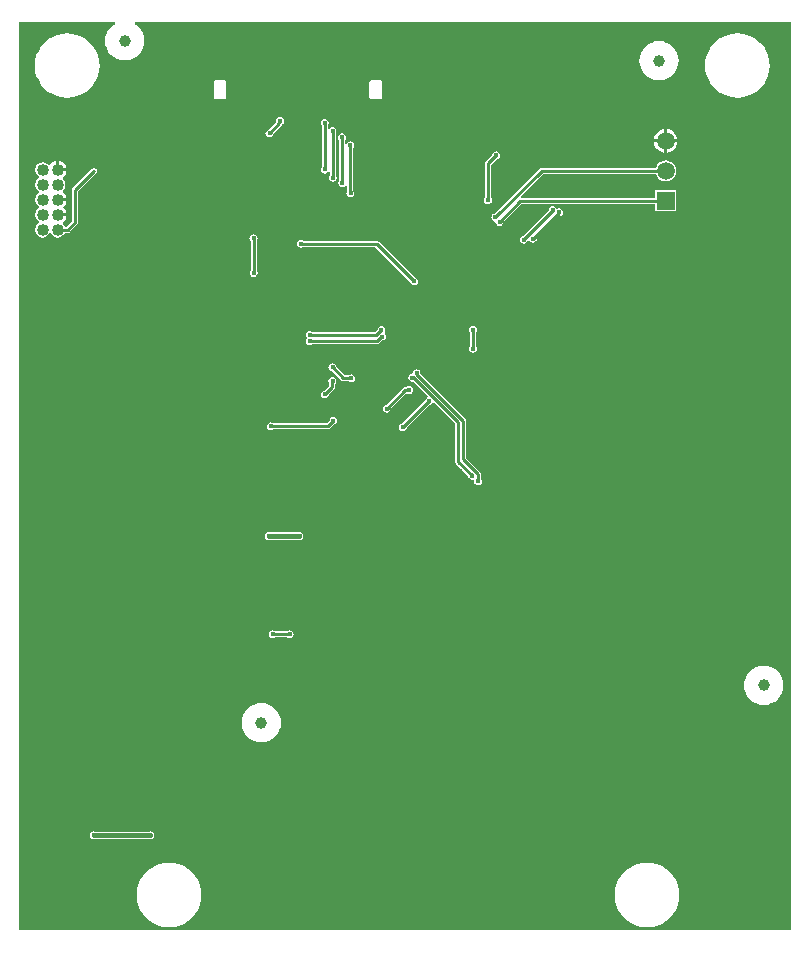
<source format=gbl>
%FSTAX23Y23*%
%MOIN*%
%SFA1B1*%

%IPPOS*%
%ADD12C,0.010000*%
%ADD15C,0.015000*%
%ADD19C,0.039370*%
%ADD82C,0.040000*%
%ADD83R,0.059055X0.059055*%
%ADD84C,0.059055*%
%ADD85C,0.015748*%
%LNstrwl-p01-v01-1*%
%LPD*%
G36*
X02804Y00201D02*
X00231D01*
Y03228*
X00549*
X0055Y03223*
X00546Y0322*
X00536Y03212*
X00528Y03202*
X00522Y03191*
X00518Y03179*
X00517Y03166*
X00518Y03153*
X00522Y03141*
X00528Y0313*
X00536Y0312*
X00546Y03112*
X00557Y03106*
X0057Y03102*
X00582Y03101*
X00595Y03102*
X00607Y03106*
X00619Y03112*
X00629Y0312*
X00637Y0313*
X00643Y03141*
X00646Y03153*
X00648Y03166*
X00646Y03179*
X00643Y03191*
X00637Y03202*
X00629Y03212*
X00619Y0322*
X00615Y03223*
X00616Y03228*
X02804*
Y00201*
G37*
%LNstrwl-p01-v01-2*%
%LPC*%
G36*
X02364Y03165D02*
X02351Y03164D01*
X02339Y0316*
X02327Y03154*
X02317Y03146*
X02309Y03136*
X02303Y03124*
X02299Y03112*
X02298Y031*
X02299Y03087*
X02303Y03075*
X02309Y03063*
X02317Y03053*
X02327Y03045*
X02339Y03039*
X02351Y03035*
X02364Y03034*
X02376Y03035*
X02388Y03039*
X024Y03045*
X0241Y03053*
X02418Y03063*
X02424Y03075*
X02428Y03087*
X02429Y031*
X02428Y03112*
X02424Y03124*
X02418Y03136*
X0241Y03146*
X024Y03154*
X02388Y0316*
X02376Y03164*
X02364Y03165*
G37*
G36*
X02625Y03191D02*
X02608Y0319D01*
X02592Y03186*
X02576Y03179*
X02561Y03171*
X02549Y0316*
X02538Y03147*
X02529Y03132*
X02522Y03117*
X02518Y031*
X02517Y03083*
X02518Y03066*
X02522Y0305*
X02529Y03034*
X02538Y0302*
X02549Y03007*
X02561Y02996*
X02576Y02987*
X02592Y02981*
X02608Y02977*
X02625Y02976*
X02642Y02977*
X02658Y02981*
X02674Y02987*
X02688Y02996*
X02701Y03007*
X02712Y0302*
X02721Y03034*
X02727Y0305*
X02731Y03066*
X02733Y03083*
X02731Y031*
X02727Y03117*
X02721Y03132*
X02712Y03147*
X02701Y0316*
X02688Y03171*
X02674Y03179*
X02658Y03186*
X02642Y0319*
X02625Y03191*
G37*
G36*
X00391D02*
X00374Y0319D01*
X00357Y03186*
X00342Y03179*
X00327Y03171*
X00314Y0316*
X00303Y03147*
X00295Y03132*
X00288Y03117*
X00284Y031*
X00283Y03083*
X00284Y03066*
X00288Y0305*
X00295Y03034*
X00303Y0302*
X00314Y03007*
X00327Y02996*
X00342Y02987*
X00357Y02981*
X00374Y02977*
X00391Y02976*
X00408Y02977*
X00424Y02981*
X0044Y02987*
X00454Y02996*
X00467Y03007*
X00478Y0302*
X00487Y03034*
X00493Y0305*
X00497Y03066*
X00499Y03083*
X00497Y031*
X00493Y03117*
X00487Y03132*
X00478Y03147*
X00467Y0316*
X00454Y03171*
X0044Y03179*
X00424Y03186*
X00408Y0319*
X00391Y03191*
G37*
G36*
X01435Y03034D02*
X01404D01*
X014Y03032*
X01398Y03028*
Y02977*
X014Y02973*
X01404Y02972*
X01435*
X01439Y02973*
X01441Y02977*
Y03028*
X01439Y03032*
X01435Y03034*
G37*
G36*
X00915D02*
X00884D01*
X0088Y03032*
X00879Y03028*
Y02977*
X0088Y02973*
X00884Y02972*
X00915*
X00919Y02973*
X00921Y02977*
Y03028*
X00919Y03032*
X00915Y03034*
G37*
G36*
X01099Y02912D02*
X01094Y02911D01*
X0109Y02908*
X01087Y02903*
X01086Y02898*
X01087Y02894*
X01063Y0287*
X01059Y02869*
X01055Y02866*
X01052Y02862*
X01051Y02857*
X01052Y02852*
X01055Y02848*
X01059Y02845*
X01065Y02844*
X0107Y02845*
X01074Y02848*
X01077Y02852*
X01077Y02856*
X01106Y02884*
X01108Y02887*
X01108Y02889*
X01109Y02889*
X01112Y02893*
X01113Y02898*
X01112Y02903*
X01109Y02908*
X01104Y02911*
X01099Y02912*
G37*
G36*
X0239Y02871D02*
Y02837D01*
X02424*
X02423Y02842*
X02419Y02852*
X02413Y0286*
X02405Y02867*
X02395Y02871*
X0239Y02871*
G37*
G36*
X0238D02*
X02375Y02871D01*
X02365Y02867*
X02357Y0286*
X0235Y02852*
X02346Y02842*
X02346Y02837*
X0238*
Y02871*
G37*
G36*
X02424Y02827D02*
X0239D01*
Y02793*
X02395Y02794*
X02405Y02798*
X02413Y02804*
X02419Y02812*
X02423Y02822*
X02424Y02827*
G37*
G36*
X0238D02*
X02346D01*
X02346Y02822*
X0235Y02812*
X02357Y02804*
X02365Y02798*
X02375Y02794*
X0238Y02793*
Y02827*
G37*
G36*
X00354Y02765D02*
X00351Y02765D01*
X00343Y02762*
X00337Y02757*
X00333Y02752*
X00328Y02752*
X00327Y02754*
X00318Y02759*
X00309Y02761*
X00299Y02759*
X0029Y02754*
X00285Y02745*
X00283Y02736*
X00285Y02726*
X0029Y02718*
X00297Y02714*
Y02708*
X0029Y02704*
X00285Y02695*
X00283Y02686*
X00285Y02676*
X0029Y02668*
X00297Y02664*
Y02658*
X0029Y02654*
X00285Y02645*
X00283Y02636*
X00285Y02626*
X0029Y02618*
X00297Y02614*
Y02608*
X0029Y02604*
X00285Y02595*
X00283Y02586*
X00285Y02576*
X0029Y02568*
X00297Y02564*
Y02558*
X0029Y02554*
X00285Y02545*
X00283Y02536*
X00285Y02526*
X0029Y02518*
X00299Y02512*
X00309Y0251*
X00318Y02512*
X00327Y02518*
X00331Y02524*
X00336*
X0034Y02518*
X00349Y02512*
X00359Y0251*
X00368Y02512*
X00377Y02518*
X00382Y02526*
X00392*
X00395Y02526*
X00399Y02529*
X00424Y02554*
X00427Y02558*
X00427Y02561*
Y02666*
X00487Y02726*
X00489Y02729*
X0049Y02733*
X00489Y02737*
X00487Y0274*
X00484Y02743*
X0048Y02743*
X00476Y02743*
X00473Y0274*
X0041Y02678*
X00408Y02674*
X00407Y0267*
Y02566*
X00387Y02546*
X00382*
X00377Y02554*
X00375Y02555*
X00375Y02561*
X0038Y02564*
X00385Y02571*
X00388Y02578*
X00388Y02581*
X00359*
Y02591*
X00388*
X00388Y02594*
X00385Y02601*
X0038Y02607*
X00378Y02608*
Y02613*
X0038Y02614*
X00385Y02621*
X00388Y02628*
X00388Y02631*
X00359*
Y02641*
X00388*
X00388Y02644*
X00385Y02651*
X0038Y02657*
X00375Y02661*
X00375Y02666*
X00377Y02668*
X00382Y02676*
X00384Y02686*
X00382Y02695*
X00377Y02704*
X00375Y02705*
X00375Y02711*
X0038Y02714*
X00385Y02721*
X00388Y02728*
X00388Y02731*
X00359*
Y02736*
X00354*
Y02765*
G37*
G36*
X00364D02*
Y02741D01*
X00388*
X00388Y02744*
X00385Y02751*
X0038Y02757*
X00374Y02762*
X00366Y02765*
X00364Y02765*
G37*
G36*
X02385Y02767D02*
X02376Y02766D01*
X02367Y02762*
X0236Y02757*
X02355Y02749*
X02352Y02742*
X01972*
X01968Y02741*
X01965Y02739*
X01816Y02591*
X01812Y0259*
X01808Y02587*
X01805Y02583*
X01804Y02578*
X01805Y02573*
X01808Y02568*
X01812Y02566*
X01814Y02565*
X01818Y02563*
X01819Y0256*
X01819Y02557*
X01822Y02553*
X01827Y0255*
X01832Y02549*
X01837Y0255*
X01841Y02553*
X01844Y02557*
X01844Y02561*
X01906Y02622*
X0235*
Y02598*
X02419*
Y02667*
X0235*
Y02642*
X01904*
X01902Y02647*
X01976Y02722*
X02352*
X02355Y02715*
X0236Y02707*
X02367Y02702*
X02376Y02698*
X02385Y02697*
X02394Y02698*
X02402Y02702*
X02409Y02707*
X02415Y02715*
X02419Y02723*
X0242Y02732*
X02419Y02741*
X02415Y02749*
X02409Y02757*
X02402Y02762*
X02394Y02766*
X02385Y02767*
G37*
G36*
X01249Y02905D02*
X01244Y02904D01*
X0124Y02901*
X01237Y02897*
X01236Y02892*
X01237Y02887*
X01239Y02884*
Y02744*
X01237Y02742*
X01236Y02737*
X01237Y02731*
X0124Y02727*
X01244Y02724*
X01249Y02723*
X01254Y02724*
X01258Y02727*
X0126Y0273*
X01265Y02728*
Y02717*
X01263Y02715*
X01262Y0271*
X01263Y02704*
X01266Y027*
X0127Y02697*
X01276Y02696*
X01281Y02697*
X01285Y027*
X01288Y02704*
X01289Y0271*
X01288Y02715*
X01286Y02718*
Y02859*
X01287Y02861*
X01288Y02866*
X01287Y02871*
X01284Y02875*
X0128Y02878*
X01275Y02879*
X0127Y02878*
X01266Y02875*
X01264Y02873*
X01259Y02874*
Y02884*
X01261Y02887*
X01262Y02892*
X01261Y02897*
X01258Y02901*
X01254Y02904*
X01249Y02905*
G37*
G36*
X01307Y02857D02*
X01301Y02856D01*
X01297Y02853*
X01294Y02849*
X01293Y02844*
X01294Y02838*
X01296Y02836*
Y02699*
X01295Y02697*
X01294Y02692*
X01295Y02687*
X01298Y02683*
X01302Y0268*
X01307Y02679*
X01312Y0268*
X01316Y02683*
X01323Y02684*
X01324Y02683*
Y02665*
X01322Y02663*
X01321Y02658*
X01322Y02652*
X01325Y02648*
X01329Y02645*
X01335Y02644*
X0134Y02645*
X01344Y02648*
X01347Y02652*
X01348Y02658*
X01347Y02663*
X01344Y02666*
Y02809*
X01346Y02812*
X01347Y02817*
X01346Y02822*
X01343Y02827*
X01339Y0283*
X01334Y02831*
X01329Y0283*
X01325Y02827*
X01322Y02822*
X01322Y02821*
X01317Y02821*
Y02836*
X01319Y02838*
X0132Y02844*
X01319Y02849*
X01316Y02853*
X01312Y02856*
X01307Y02857*
G37*
G36*
X01821Y02797D02*
X01815Y02796D01*
X01811Y02793*
X01808Y02789*
X01808Y02786*
X01786Y02764*
X01784Y02761*
X01783Y02757*
Y02643*
X01781Y02641*
X0178Y02636*
X01781Y0263*
X01784Y02626*
X01788Y02623*
X01793Y02622*
X01798Y02623*
X01803Y02626*
X01805Y0263*
X01806Y02636*
X01805Y02641*
X01804Y02643*
Y02753*
X01822Y02771*
X01826Y02772*
X0183Y02775*
X01833Y02779*
X01834Y02784*
X01833Y02789*
X0183Y02793*
X01826Y02796*
X01821Y02797*
G37*
G36*
X02009Y02616D02*
X02004Y02615D01*
X02Y02612*
X01997Y02608*
X01996Y02603*
X01909Y02516*
X01907Y02515*
X01902Y02512*
X019Y02508*
X01899Y02503*
X019Y02498*
X01902Y02494*
X01907Y02491*
X01912Y0249*
X01917Y02491*
X01921Y02494*
X01924Y02498*
X01924Y02498*
X0193Y02502*
X01931Y02501*
X01933Y02497*
X01938Y02494*
X01943Y02493*
X01948Y02494*
X01952Y02497*
X01955Y02501*
X01955Y02505*
X02031Y02581*
X02035Y02581*
X02039Y02584*
X02042Y02588*
X02043Y02594*
X02042Y02599*
X02039Y02603*
X02035Y02606*
X0203Y02607*
X02024Y02606*
X0202Y02609*
X02018Y02612*
X02014Y02615*
X02009Y02616*
G37*
G36*
X01012Y02521D02*
X01006Y0252D01*
X01002Y02517*
X00999Y02513*
X00998Y02508*
X00999Y02502*
X01002Y02499*
Y024*
X01Y02397*
X00999Y02392*
X01Y02387*
X01003Y02382*
X01007Y0238*
X01012Y02379*
X01017Y0238*
X01021Y02382*
X01024Y02387*
X01025Y02392*
X01024Y02397*
X01022Y024*
Y025*
X01024Y02502*
X01025Y02508*
X01024Y02513*
X01021Y02517*
X01017Y0252*
X01012Y02521*
G37*
G36*
X0117Y02502D02*
X01165Y02501D01*
X01161Y02498*
X01158Y02494*
X01157Y02489*
X01158Y02484*
X01161Y0248*
X01165Y02477*
X0117Y02476*
X01175Y02477*
X01178Y02479*
X01417*
X01534Y02362*
X01535Y02359*
X01538Y02355*
X01542Y02352*
X01547Y02351*
X01552Y02352*
X01556Y02355*
X01559Y02359*
X0156Y02364*
X01559Y02369*
X01556Y02373*
X01552Y02376*
X01549Y02377*
X01429Y02496*
X01426Y02499*
X01422Y02499*
X01178*
X01175Y02501*
X0117Y02502*
G37*
G36*
X01438Y02215D02*
X01433Y02214D01*
X01429Y02212*
X01426Y02207*
X01426Y02206*
X01416Y02196*
X01206*
X01204Y02198*
X01199Y02199*
X01193Y02198*
X01189Y02196*
X01186Y02191*
X01185Y02186*
X01186Y02181*
X01189Y02177*
Y02175*
X01186Y02171*
X01185Y02166*
X01186Y0216*
X01189Y02156*
X01193Y02153*
X01199Y02152*
X01204Y02153*
X01206Y02155*
X01424*
X01428Y02156*
X01431Y02158*
X01439Y02167*
X0144Y02167*
X01445Y02168*
X01449Y02171*
X01452Y02175*
X01453Y0218*
X01452Y02185*
X01449Y02189*
X01449Y02195*
X0145Y02197*
X01451Y02202*
X0145Y02207*
X01447Y02212*
X01443Y02214*
X01438Y02215*
G37*
G36*
X01743D02*
X01737Y02214D01*
X01733Y02212*
X0173Y02207*
X01729Y02202*
X0173Y02197*
X01732Y02194*
Y02147*
X0173Y02145*
X01729Y0214*
X0173Y02134*
X01733Y0213*
X01737Y02127*
X01743Y02126*
X01748Y02127*
X01752Y0213*
X01755Y02134*
X01756Y0214*
X01755Y02145*
X01753Y02147*
Y02194*
X01755Y02197*
X01756Y02202*
X01755Y02207*
X01752Y02212*
X01748Y02214*
X01743Y02215*
G37*
G36*
X01275Y02091D02*
X01269Y0209D01*
X01265Y02087*
X01262Y02083*
X01261Y02078*
X01262Y02072*
X01265Y02068*
X01269Y02065*
X01273Y02065*
X01304Y02034*
X01307Y02031*
X01311Y02031*
X0133*
X01333Y02029*
X01338Y02028*
X01343Y02029*
X01347Y02032*
X0135Y02036*
X01351Y02041*
X0135Y02046*
X01347Y0205*
X01343Y02053*
X01338Y02054*
X01333Y02053*
X0133Y02051*
X01315*
X01287Y02079*
X01287Y02083*
X01284Y02087*
X0128Y0209*
X01275Y02091*
G37*
G36*
X01531Y02016D02*
X01526Y02015D01*
X01521Y02012*
X01521Y02012*
X01517*
X01513Y02011*
X0151Y02009*
X01453Y01952*
X0145Y01952*
X01446Y01949*
X01443Y01944*
X01442Y01939*
X01443Y01934*
X01446Y0193*
X0145Y01927*
X01455Y01926*
X0146Y01927*
X01464Y0193*
X01467Y01934*
X01468Y01938*
X01521Y01991*
X01524*
X01526Y0199*
X01531Y01989*
X01536Y0199*
X0154Y01993*
X01543Y01997*
X01544Y02003*
X01543Y02008*
X0154Y02012*
X01536Y02015*
X01531Y02016*
G37*
G36*
X01275Y02045D02*
X01269Y02044D01*
X01265Y02041*
X01262Y02037*
X01261Y02032*
X01262Y02026*
X01263Y02025*
Y02016*
X01247Y02*
X01244Y01999*
X0124Y01996*
X01237Y01992*
X01236Y01987*
X01237Y01982*
X0124Y01978*
X01244Y01975*
X01249Y01974*
X01254Y01975*
X01259Y01978*
X01261Y01982*
X01262Y01986*
X01281Y02005*
X01283Y02008*
X01284Y02012*
Y02022*
X01284Y02022*
X01287Y02026*
X01288Y02032*
X01287Y02037*
X01284Y02041*
X0128Y02044*
X01275Y02045*
G37*
G36*
X01278Y01913D02*
X01273Y01912D01*
X01268Y01909*
X01266Y01905*
X01265Y01901*
X01255Y01891*
X01076*
X01074Y01893*
X01069Y01894*
X01063Y01893*
X01059Y0189*
X01056Y01886*
X01055Y01881*
X01056Y01876*
X01059Y01872*
X01063Y01869*
X01069Y01868*
X01074Y01869*
X01076Y01871*
X01259*
X01263Y01872*
X01266Y01874*
X01279Y01887*
X01283Y01888*
X01287Y0189*
X0129Y01895*
X01291Y019*
X0129Y01905*
X01287Y01909*
X01283Y01912*
X01278Y01913*
G37*
G36*
X01555Y02071D02*
X0155Y0207D01*
X01546Y02067*
X01543Y02063*
X01543Y02061*
X01541Y02056*
X01536Y02055*
X01531Y02053*
X01529Y02048*
X01528Y02043*
X01529Y02038*
X01531Y02034*
X01536Y02031*
X01541Y0203*
X01543Y02031*
X01592Y01981*
X01591Y01976*
X0159Y01976*
X01586Y01973*
X01583Y01969*
X01582Y01965*
X01508Y01891*
X01504Y0189*
X015Y01887*
X01497Y01883*
X01496Y01878*
X01497Y01873*
X015Y01868*
X01504Y01866*
X01509Y01865*
X01514Y01866*
X01518Y01868*
X01521Y01873*
X01522Y01876*
X01597Y01951*
X016Y01952*
X01604Y01954*
X01607Y01959*
X01607Y01959*
X01613Y01961*
X01684Y0189*
Y01763*
X01685Y01759*
X01687Y01756*
X01727Y01716*
X01728Y01711*
X01731Y01707*
X01735Y01704*
X0174Y01703*
X01743Y01703*
X01747Y01701*
X01748Y017*
X01747Y01698*
X01748Y01692*
X01751Y01688*
X01755Y01685*
X01761Y01684*
X01766Y01685*
X0177Y01688*
X01773Y01692*
X01774Y01698*
X01773Y01703*
X01771Y01705*
Y01721*
X0177Y01724*
X01768Y01728*
X01719Y01776*
Y019*
X01719Y01904*
X01716Y01907*
X01568Y02056*
X01568Y02058*
X01567Y02063*
X01565Y02067*
X0156Y0207*
X01555Y02071*
G37*
G36*
X01165Y01528D02*
X01163Y01527D01*
X01064*
X01062Y01528*
X01057Y01527*
X01053Y01524*
X0105Y0152*
X01049Y01514*
X0105Y01509*
X01053Y01505*
X01057Y01502*
X01062Y01501*
X01064Y01502*
X01163*
X01165Y01501*
X0117Y01502*
X01174Y01505*
X01177Y01509*
X01178Y01515*
X01177Y0152*
X01174Y01524*
X0117Y01527*
X01165Y01528*
G37*
G36*
X01132Y01201D02*
X01126Y012D01*
X01124Y01198*
X01083*
X01081Y012*
X01076Y01201*
X0107Y012*
X01066Y01197*
X01063Y01193*
X01062Y01188*
X01063Y01182*
X01066Y01178*
X0107Y01175*
X01076Y01174*
X01081Y01175*
X01083Y01177*
X01124*
X01126Y01175*
X01132Y01174*
X01137Y01175*
X01141Y01178*
X01144Y01182*
X01145Y01188*
X01144Y01193*
X01141Y01197*
X01137Y012*
X01132Y01201*
G37*
G36*
X02713Y01083D02*
X027Y01082D01*
X02688Y01078*
X02676Y01072*
X02666Y01064*
X02658Y01054*
X02652Y01042*
X02648Y0103*
X02647Y01018*
X02648Y01005*
X02652Y00993*
X02658Y00981*
X02666Y00971*
X02676Y00963*
X02688Y00957*
X027Y00953*
X02713Y00952*
X02725Y00953*
X02737Y00957*
X02749Y00963*
X02759Y00971*
X02767Y00981*
X02773Y00993*
X02777Y01005*
X02778Y01018*
X02777Y0103*
X02773Y01042*
X02767Y01054*
X02759Y01064*
X02749Y01072*
X02737Y01078*
X02725Y01082*
X02713Y01083*
G37*
G36*
X01038Y00958D02*
X01025Y00957D01*
X01013Y00953*
X01001Y00947*
X00991Y00939*
X00983Y00929*
X00977Y00918*
X00974Y00905*
X00972Y00893*
X00974Y0088*
X00977Y00868*
X00983Y00856*
X00991Y00847*
X01001Y00838*
X01013Y00832*
X01025Y00829*
X01038Y00827*
X0105Y00829*
X01063Y00832*
X01074Y00838*
X01084Y00847*
X01092Y00856*
X01098Y00868*
X01102Y0088*
X01103Y00893*
X01102Y00905*
X01098Y00918*
X01092Y00929*
X01084Y00939*
X01074Y00947*
X01063Y00953*
X0105Y00957*
X01038Y00958*
G37*
G36*
X00667Y00531D02*
X00665Y0053D01*
X0048*
X00479Y00531*
X00473Y0053*
X00469Y00527*
X00466Y00523*
X00465Y00518*
X00466Y00512*
X00469Y00508*
X00473Y00505*
X00479Y00504*
X0048Y00505*
X00665*
X00667Y00504*
X00672Y00505*
X00677Y00508*
X00679Y00512*
X0068Y00518*
X00679Y00523*
X00677Y00527*
X00672Y0053*
X00667Y00531*
G37*
G36*
X02324Y00426D02*
X02307Y00425D01*
X0229Y00421*
X02275Y00415*
X0226Y00406*
X02247Y00395*
X02236Y00382*
X02227Y00367*
X02221Y00352*
X02217Y00335*
X02216Y00319*
X02217Y00302*
X02221Y00285*
X02227Y0027*
X02236Y00255*
X02247Y00242*
X0226Y00231*
X02275Y00222*
X0229Y00216*
X02307Y00212*
X02324Y00211*
X0234Y00212*
X02357Y00216*
X02372Y00222*
X02387Y00231*
X024Y00242*
X02411Y00255*
X0242Y0027*
X02426Y00285*
X0243Y00302*
X02431Y00319*
X0243Y00335*
X02426Y00352*
X0242Y00367*
X02411Y00382*
X024Y00395*
X02387Y00406*
X02372Y00415*
X02357Y00421*
X0234Y00425*
X02324Y00426*
G37*
G36*
X00731D02*
X00714Y00425D01*
X00697Y00421*
X00682Y00415*
X00667Y00406*
X00654Y00395*
X00643Y00382*
X00634Y00367*
X00628Y00352*
X00624Y00335*
X00623Y00319*
X00624Y00302*
X00628Y00285*
X00634Y0027*
X00643Y00255*
X00654Y00242*
X00667Y00231*
X00682Y00222*
X00697Y00216*
X00714Y00212*
X00731Y00211*
X00747Y00212*
X00764Y00216*
X00779Y00222*
X00794Y00231*
X00807Y00242*
X00818Y00255*
X00827Y0027*
X00833Y00285*
X00837Y00302*
X00838Y00319*
X00837Y00335*
X00833Y00352*
X00827Y00367*
X00818Y00382*
X00807Y00395*
X00794Y00406*
X00779Y00415*
X00764Y00421*
X00747Y00425*
X00731Y00426*
G37*
%LNstrwl-p01-v01-3*%
%LPD*%
G54D12*
X01509Y01878D02*
X01595Y01964D01*
X01544Y02045D02*
X01694Y01894D01*
X01554Y02055D02*
X01709Y019D01*
X01517Y02001D02*
X0153D01*
X01455Y01939D02*
X01517Y02001D01*
X0153D02*
X01531Y02003D01*
X01743Y0214D02*
Y02202D01*
X01164Y01514D02*
X01165Y01515D01*
X01098Y02897D02*
X01099Y02898D01*
X01098Y02891D02*
Y02897D01*
X01065Y02857D02*
X01098Y02891D01*
X01793Y02757D02*
X01821Y02784D01*
X01793Y02636D02*
Y02757D01*
X00417Y0267D02*
X0048Y02733D01*
X01012Y02508D02*
X01012Y02507D01*
Y02392D02*
Y02507D01*
X00392Y02536D02*
X00417Y02561D01*
X00359Y02536D02*
X00392D01*
X00417Y02561D02*
Y0267D01*
X01076Y01188D02*
X01132D01*
X01761Y01698D02*
Y01721D01*
X01709Y01772D02*
X01761Y01721D01*
X0117Y02489D02*
X01422D01*
X01547Y02364*
X01437Y02202D02*
X01438D01*
X01421Y02186D02*
X01437Y02202D01*
X01424Y02166D02*
X01438Y0218D01*
X01199Y02166D02*
X01424D01*
X01438Y0218D02*
X0144D01*
X01199Y02186D02*
X01421D01*
X01901Y02632D02*
X02385D01*
X01832Y02562D02*
X01901Y02632D01*
X01972Y02732D02*
X02385D01*
X01818Y02578D02*
X01972Y02732D01*
X01912Y02503D02*
Y02504D01*
X02009Y02601D02*
Y02603D01*
X01912Y02504D02*
X02009Y02601D01*
X0203Y02593D02*
Y02594D01*
X01943Y02506D02*
X0203Y02593D01*
X01817Y02578D02*
X01818D01*
X01275Y02078D02*
X01311Y02041D01*
X01338*
X01069Y01881D02*
X01259D01*
X01278Y019*
X01249Y01988D02*
X01273Y02012D01*
X01249Y01987D02*
Y01988D01*
X01273Y02012D02*
Y0203D01*
X01275Y02032*
X01694Y01763D02*
X0174Y01717D01*
X01709Y01772D02*
Y019D01*
X0174Y01716D02*
Y01717D01*
X01694Y01763D02*
Y01894D01*
X01554Y02057D02*
X01555Y02058D01*
X01554Y02055D02*
Y02057D01*
X01541Y02043D02*
X01542Y02045D01*
X01544*
X01334Y02658D02*
Y02817D01*
Y02658D02*
X01335Y02658D01*
X01249Y02737D02*
Y02892D01*
X01275Y02866D02*
X01275Y02866D01*
Y0271D02*
Y02866D01*
Y0271D02*
X01276Y0271D01*
X01307Y02692D02*
Y02844D01*
Y02692D02*
X01307Y02692D01*
G54D15*
X00479Y00518D02*
X00667D01*
X01062Y01514D02*
X01164D01*
G54D19*
X01038Y00893D03*
X02713Y01018D03*
X02364Y031D03*
X00582Y03166D03*
G54D82*
X00309Y02636D03*
X00359D03*
Y02586D03*
X00309D03*
Y02536D03*
X00359D03*
Y02686D03*
X00309D03*
Y02736D03*
X00359D03*
G54D83*
X02385Y02632D03*
G54D84*
X02385Y02732D03*
Y02832D03*
G54D85*
X01595Y01964D03*
X01531Y02003D03*
X01509Y01878D03*
X01743Y02202D03*
Y0214D03*
X01455Y01939D03*
X01397Y0188D03*
X00667Y00518D03*
X00479D03*
X00439Y00313D03*
X01132Y01188D03*
X01165Y01515D03*
X02046Y01115D03*
Y01255D03*
X01678Y00826D03*
X01621Y01226D03*
X01731Y0122D03*
X01868Y01711D03*
X01911Y01653D03*
X01183Y01016D03*
X01761Y01698D03*
X01701Y01731D03*
X02102Y0199D03*
X01992Y01866D03*
X01012Y02508D03*
X01012Y02392D03*
X01312Y02281D03*
X00419Y02315D03*
X00505Y02666D03*
X01547Y02364D03*
X0117Y02489D03*
X01438Y02202D03*
X0144Y0218D03*
X01199Y02166D03*
Y02186D03*
X02601Y00744D03*
X0044Y01293D03*
X01832Y0199D03*
X0188Y02003D03*
X01062Y01514D03*
X00429Y00665D03*
X01793Y02636D03*
X01821Y02784D03*
X01076Y01188D03*
X01287Y01361D03*
X01373Y01215D03*
X01502Y00823D03*
X01415Y00858D03*
X0123D03*
X01038Y01158D03*
X00665Y01177D03*
X00436Y02012D03*
X01821Y01757D03*
X01589Y02859D03*
X0138Y02829D03*
X00811Y02877D03*
X01235Y02318D03*
X0092Y02599D03*
X00908Y02781D03*
X01029Y02783D03*
X01089D03*
X01149Y02781D03*
X00969Y02781D03*
X00388Y02146D03*
X00712Y0215D03*
X00713Y01697D03*
X01694Y02615D03*
X02128Y02336D03*
X01072Y02968D03*
X02009Y02603D03*
X0203Y02594D03*
X01912Y02503D03*
X01943Y02506D03*
X01817Y02578D03*
X01832Y02562D03*
X01338Y02041D03*
X01275Y02078D03*
X01069Y01881D03*
X01278Y019D03*
X01249Y01987D03*
X01275Y02032D03*
X01531Y02898D03*
X0174Y01716D03*
X01555Y02058D03*
X01541Y02043D03*
X01065Y02857D03*
X01099Y02898D03*
X01054Y01968D03*
X00908D03*
X00387Y01697D03*
X01276Y0271D03*
X01249Y02737D03*
X01307Y02692D03*
X01335Y02658D03*
X01969Y02121D03*
X0202Y02194D03*
X01275Y02866D03*
X01334Y02817D03*
X01249Y02892D03*
X01307Y02844D03*
X01355Y01015D03*
X01294Y01016D03*
X02606Y00393D03*
X0187Y00405D03*
X01434D03*
X00998D03*
X00981Y01968D03*
X00814Y02818D03*
M02*
</source>
